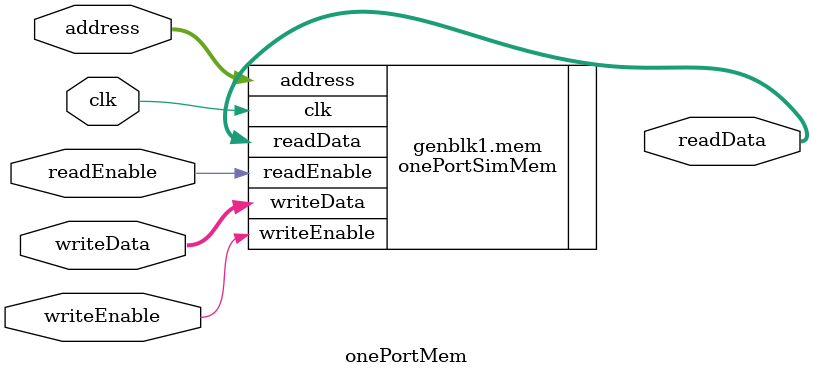
<source format=v>
module onePortMem(readData,
		  readEnable,
		  address,
		  clk,
		  writeEnable,
		  writeData);
   //user defined
   parameter               addresses   = 32;
   parameter		   width       = 8;
   parameter 		   muxFactor   = 0;
   //Auto-calculated, user dont touch
   localparam		   addressWidth =$clog2(addresses);
   output [width-1:0] 	     readData;
   input 	   	     readEnable;
   input [addressWidth-1:0]  address;
   input 		     clk;
   input 		     writeEnable;
   input [width-1:0] 	     writeData;
   generate
      if((addresses==0)&&(width==0))
	begin
	   initial
	     begin
		$display("FAIL!! :%m:Parameters, addresses and width can not be set to 0");
		$stop;
	     end
        end
`include "scriptGeneratedListOfVendorOnePortMems.vh"
      else
	begin
	   onePortSimMem   #(.addresses  (addresses),
                             .width      (width),
                             .muxFactor (muxFactor)
			     ) mem (.readData(readData),
				    .readEnable(readEnable),
				    .address(address),
				    .clk(clk),
				    .writeEnable(writeEnable),
				    .writeData(writeData));
	end
   endgenerate
endmodule
</source>
